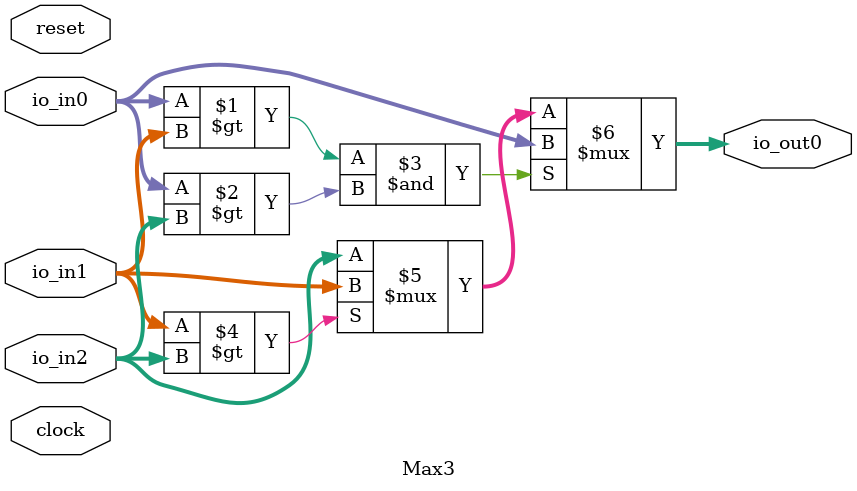
<source format=sv>
module Max3(	// src/main/scala/Max3/Max3.scala:7:7
  input         clock,	// src/main/scala/Max3/Max3.scala:7:7
                reset,	// src/main/scala/Max3/Max3.scala:7:7
  input  [15:0] io_in0,	// src/main/scala/Max3/Max3.scala:8:14
                io_in1,	// src/main/scala/Max3/Max3.scala:8:14
                io_in2,	// src/main/scala/Max3/Max3.scala:8:14
  output [15:0] io_out0	// src/main/scala/Max3/Max3.scala:8:14
);

  assign io_out0 =
    io_in0 > io_in1 & io_in0 > io_in2 ? io_in0 : io_in1 > io_in2 ? io_in1 : io_in2;	// src/main/scala/Max3/Max3.scala:7:7, :17:{15,24,34,43}, :18:13, :19:{21,30}, :20:13, :22:13
endmodule


</source>
